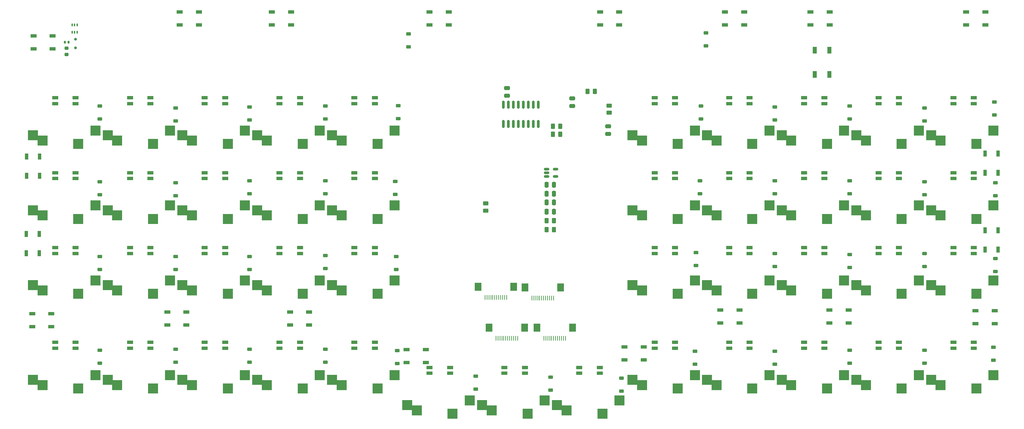
<source format=gbr>
%TF.GenerationSoftware,KiCad,Pcbnew,7.0.2*%
%TF.CreationDate,2023-05-02T20:53:08+02:00*%
%TF.ProjectId,Block,426c6f63-6b2e-46b6-9963-61645f706362,rev?*%
%TF.SameCoordinates,Original*%
%TF.FileFunction,Paste,Bot*%
%TF.FilePolarity,Positive*%
%FSLAX46Y46*%
G04 Gerber Fmt 4.6, Leading zero omitted, Abs format (unit mm)*
G04 Created by KiCad (PCBNEW 7.0.2) date 2023-05-02 20:53:08*
%MOMM*%
%LPD*%
G01*
G04 APERTURE LIST*
G04 Aperture macros list*
%AMRoundRect*
0 Rectangle with rounded corners*
0 $1 Rounding radius*
0 $2 $3 $4 $5 $6 $7 $8 $9 X,Y pos of 4 corners*
0 Add a 4 corners polygon primitive as box body*
4,1,4,$2,$3,$4,$5,$6,$7,$8,$9,$2,$3,0*
0 Add four circle primitives for the rounded corners*
1,1,$1+$1,$2,$3*
1,1,$1+$1,$4,$5*
1,1,$1+$1,$6,$7*
1,1,$1+$1,$8,$9*
0 Add four rect primitives between the rounded corners*
20,1,$1+$1,$2,$3,$4,$5,0*
20,1,$1+$1,$4,$5,$6,$7,0*
20,1,$1+$1,$6,$7,$8,$9,0*
20,1,$1+$1,$8,$9,$2,$3,0*%
G04 Aperture macros list end*
%ADD10RoundRect,0.225000X0.375000X-0.225000X0.375000X0.225000X-0.375000X0.225000X-0.375000X-0.225000X0*%
%ADD11RoundRect,0.225000X-0.375000X0.225000X-0.375000X-0.225000X0.375000X-0.225000X0.375000X0.225000X0*%
%ADD12R,2.550000X2.500000*%
%ADD13R,2.600000X2.600000*%
%ADD14RoundRect,0.082000X-0.718000X0.328000X-0.718000X-0.328000X0.718000X-0.328000X0.718000X0.328000X0*%
%ADD15R,1.500000X0.900000*%
%ADD16R,0.900000X1.500000*%
%ADD17R,0.400000X0.650000*%
%ADD18RoundRect,0.150000X-0.150000X0.175000X-0.150000X-0.175000X0.150000X-0.175000X0.150000X0.175000X0*%
%ADD19RoundRect,0.250000X0.250000X0.475000X-0.250000X0.475000X-0.250000X-0.475000X0.250000X-0.475000X0*%
%ADD20R,0.280000X1.250000*%
%ADD21R,1.800000X2.000000*%
%ADD22RoundRect,0.150000X0.150000X-0.825000X0.150000X0.825000X-0.150000X0.825000X-0.150000X-0.825000X0*%
%ADD23RoundRect,0.250000X-0.475000X0.250000X-0.475000X-0.250000X0.475000X-0.250000X0.475000X0.250000X0*%
%ADD24RoundRect,0.140000X-0.140000X-0.170000X0.140000X-0.170000X0.140000X0.170000X-0.140000X0.170000X0*%
%ADD25RoundRect,0.250000X-0.262500X-0.450000X0.262500X-0.450000X0.262500X0.450000X-0.262500X0.450000X0*%
%ADD26RoundRect,0.250000X0.450000X-0.262500X0.450000X0.262500X-0.450000X0.262500X-0.450000X-0.262500X0*%
%ADD27RoundRect,0.218750X0.256250X-0.218750X0.256250X0.218750X-0.256250X0.218750X-0.256250X-0.218750X0*%
%ADD28RoundRect,0.250000X-0.250000X-0.475000X0.250000X-0.475000X0.250000X0.475000X-0.250000X0.475000X0*%
%ADD29RoundRect,0.250000X0.262500X0.450000X-0.262500X0.450000X-0.262500X-0.450000X0.262500X-0.450000X0*%
%ADD30RoundRect,0.150000X-0.512500X-0.150000X0.512500X-0.150000X0.512500X0.150000X-0.512500X0.150000X0*%
%ADD31RoundRect,0.250000X0.475000X-0.250000X0.475000X0.250000X-0.475000X0.250000X-0.475000X-0.250000X0*%
%ADD32R,1.100000X1.800000*%
G04 APERTURE END LIST*
D10*
%TO.C,D82*%
X269965194Y-90625332D03*
X269965194Y-87325332D03*
%TD*%
%TO.C,D81*%
X269711194Y-109675332D03*
X269711194Y-106375332D03*
%TD*%
%TO.C,D80*%
X268695194Y-127963332D03*
X268695194Y-124663332D03*
%TD*%
%TO.C,D79*%
X268441194Y-153109332D03*
X268441194Y-149809332D03*
%TD*%
%TO.C,D78*%
X192709606Y-152925985D03*
X192709606Y-149625985D03*
%TD*%
%TO.C,D77*%
X192453194Y-128979332D03*
X192453194Y-125679332D03*
%TD*%
%TO.C,D76*%
X192201606Y-109878024D03*
X192201606Y-106578024D03*
%TD*%
%TO.C,D75*%
X192963606Y-90548063D03*
X192963606Y-87248063D03*
%TD*%
%TO.C,D43*%
X344895194Y-129487332D03*
X344895194Y-126187332D03*
%TD*%
D11*
%TO.C,D36*%
X195542806Y-68942668D03*
X195542806Y-72242668D03*
%TD*%
%TO.C,D35*%
X271276806Y-68688668D03*
X271276806Y-71988668D03*
%TD*%
D10*
%TO.C,D34*%
X344387194Y-152093332D03*
X344387194Y-148793332D03*
%TD*%
%TO.C,D33*%
X344895194Y-110183332D03*
X344895194Y-106883332D03*
%TD*%
%TO.C,D32*%
X344641194Y-89609332D03*
X344641194Y-86309332D03*
%TD*%
%TO.C,D31*%
X326861194Y-152855332D03*
X326861194Y-149555332D03*
%TD*%
%TO.C,D30*%
X326861194Y-128217332D03*
X326861194Y-124917332D03*
%TD*%
%TO.C,D29*%
X326861194Y-109929332D03*
X326861194Y-106629332D03*
%TD*%
%TO.C,D28*%
X326861194Y-91133332D03*
X326861194Y-87833332D03*
%TD*%
%TO.C,D27*%
X307811194Y-128471332D03*
X307811194Y-125171332D03*
%TD*%
%TO.C,D26*%
X307811194Y-152855332D03*
X307811194Y-149555332D03*
%TD*%
%TO.C,D25*%
X307811194Y-109675332D03*
X307811194Y-106375332D03*
%TD*%
%TO.C,D24*%
X307811194Y-90625332D03*
X307811194Y-87325332D03*
%TD*%
%TO.C,D23*%
X288761194Y-128217332D03*
X288761194Y-124917332D03*
%TD*%
%TO.C,D22*%
X249751194Y-159967332D03*
X249751194Y-156667332D03*
%TD*%
%TO.C,D21*%
X288761194Y-153109332D03*
X288761194Y-149809332D03*
%TD*%
%TO.C,D20*%
X174419194Y-128725332D03*
X174419194Y-125425332D03*
%TD*%
%TO.C,D19*%
X288761194Y-109675332D03*
X288761194Y-106375332D03*
%TD*%
%TO.C,D18*%
X288761194Y-90879332D03*
X288761194Y-87579332D03*
%TD*%
%TO.C,D17*%
X231717194Y-159713332D03*
X231717194Y-156413332D03*
%TD*%
%TO.C,D16*%
X174419194Y-152601332D03*
X174419194Y-149301332D03*
%TD*%
%TO.C,D15*%
X155115194Y-128979332D03*
X155115194Y-125679332D03*
%TD*%
%TO.C,D14*%
X174419194Y-109675332D03*
X174419194Y-106375332D03*
%TD*%
%TO.C,D13*%
X174419194Y-90625332D03*
X174419194Y-87325332D03*
%TD*%
%TO.C,D12*%
X212667194Y-159459332D03*
X212667194Y-156159332D03*
%TD*%
%TO.C,D11*%
X155115194Y-152601332D03*
X155115194Y-149301332D03*
%TD*%
%TO.C,D10*%
X136319194Y-128979332D03*
X136319194Y-125679332D03*
%TD*%
%TO.C,D9*%
X155115194Y-109675332D03*
X155115194Y-106375332D03*
%TD*%
%TO.C,D8*%
X155115194Y-90879332D03*
X155115194Y-87579332D03*
%TD*%
%TO.C,D7*%
X136319194Y-152601332D03*
X136319194Y-149301332D03*
%TD*%
%TO.C,D6*%
X117015194Y-128979332D03*
X117015194Y-125679332D03*
%TD*%
%TO.C,D5*%
X136319194Y-110183332D03*
X136319194Y-106883332D03*
%TD*%
%TO.C,D4*%
X136319194Y-91133332D03*
X136319194Y-87833332D03*
%TD*%
%TO.C,D3*%
X117015194Y-152855332D03*
X117015194Y-149555332D03*
%TD*%
%TO.C,D2*%
X117015194Y-109929332D03*
X117015194Y-106629332D03*
%TD*%
%TO.C,D1*%
X117015194Y-90625332D03*
X117015194Y-87325332D03*
%TD*%
D12*
%TO.C,SW20*%
X159480256Y-134325308D03*
D13*
X157049668Y-132992000D03*
D12*
X172944668Y-131782000D03*
D13*
X168597257Y-135195308D03*
%TD*%
D12*
%TO.C,SW25*%
X292948588Y-115227308D03*
D13*
X290518000Y-113894000D03*
D12*
X306413000Y-112684000D03*
D13*
X302065589Y-116097308D03*
%TD*%
D14*
%TO.C,D68*%
X181797588Y-104314000D03*
X181797588Y-105814000D03*
X186997588Y-105814000D03*
X186997588Y-104314000D03*
%TD*%
D12*
%TO.C,SW21*%
X273939922Y-158447308D03*
D13*
X271509334Y-157114000D03*
D12*
X287404334Y-155904000D03*
D13*
X283056923Y-159317308D03*
%TD*%
D12*
%TO.C,SW9*%
X140451588Y-115227308D03*
D13*
X138021000Y-113894000D03*
D12*
X153916000Y-112684000D03*
D13*
X149568589Y-116097308D03*
%TD*%
D14*
%TO.C,D85*%
X143696000Y-147534000D03*
X143696000Y-149034000D03*
X148896000Y-149034000D03*
X148896000Y-147534000D03*
%TD*%
%TO.C,D51*%
X296193000Y-147534000D03*
X296193000Y-149034000D03*
X301393000Y-149034000D03*
X301393000Y-147534000D03*
%TD*%
%TO.C,D73*%
X239014000Y-153946039D03*
X239014000Y-155446039D03*
X244214000Y-155446039D03*
X244214000Y-153946039D03*
%TD*%
D12*
%TO.C,SW5*%
X121422922Y-115227308D03*
D13*
X118992334Y-113894000D03*
D12*
X134887334Y-112684000D03*
D13*
X130539923Y-116097308D03*
%TD*%
D14*
%TO.C,D61*%
X162724668Y-104314000D03*
X162724668Y-105814000D03*
X167924668Y-105814000D03*
X167924668Y-104314000D03*
%TD*%
%TO.C,D48*%
X143696000Y-123412000D03*
X143696000Y-124912000D03*
X148896000Y-124912000D03*
X148896000Y-123412000D03*
%TD*%
D12*
%TO.C,SW27*%
X292948588Y-134325308D03*
D13*
X290518000Y-132992000D03*
D12*
X306413000Y-131782000D03*
D13*
X302065589Y-135195308D03*
%TD*%
D14*
%TO.C,D60*%
X143696000Y-85230039D03*
X143696000Y-86730039D03*
X148896000Y-86730039D03*
X148896000Y-85230039D03*
%TD*%
%TO.C,D52*%
X181797588Y-147534000D03*
X181797588Y-149034000D03*
X186997588Y-149034000D03*
X186997588Y-147534000D03*
%TD*%
D12*
%TO.C,SW22*%
X235769588Y-164859347D03*
D13*
X233339000Y-163526039D03*
D12*
X249234000Y-162316039D03*
D13*
X244886589Y-165729347D03*
%TD*%
D12*
%TO.C,SW43*%
X254961588Y-134325308D03*
D13*
X252531000Y-132992000D03*
D12*
X268426000Y-131782000D03*
D13*
X264078589Y-135195308D03*
%TD*%
D12*
%TO.C,SW8*%
X140451588Y-96143347D03*
D13*
X138021000Y-94810039D03*
D12*
X153916000Y-93600039D03*
D13*
X149568589Y-97013347D03*
%TD*%
D14*
%TO.C,D45*%
X277184334Y-147534000D03*
X277184334Y-149034000D03*
X282384334Y-149034000D03*
X282384334Y-147534000D03*
%TD*%
%TO.C,D87*%
X277184334Y-85230039D03*
X277184334Y-86730039D03*
X282384334Y-86730039D03*
X282384334Y-85230039D03*
%TD*%
%TO.C,D46*%
X181797588Y-85230039D03*
X181797588Y-86730039D03*
X186997588Y-86730039D03*
X186997588Y-85230039D03*
%TD*%
%TO.C,D88*%
X315201666Y-123412000D03*
X315201666Y-124912000D03*
X320401666Y-124912000D03*
X320401666Y-123412000D03*
%TD*%
D12*
%TO.C,SW46*%
X330965922Y-134325308D03*
D13*
X328535334Y-132992000D03*
D12*
X344430334Y-131782000D03*
D13*
X340082923Y-135195308D03*
%TD*%
D12*
%TO.C,SW41*%
X178555588Y-158444000D03*
D13*
X176125000Y-157110692D03*
D12*
X192020000Y-155900692D03*
D13*
X187672589Y-159314000D03*
%TD*%
D12*
%TO.C,SW1*%
X102394256Y-96143347D03*
D13*
X99963668Y-94810039D03*
D12*
X115858668Y-93600039D03*
D13*
X111511257Y-97013347D03*
%TD*%
D12*
%TO.C,SW33*%
X330965922Y-115227308D03*
D13*
X328535334Y-113894000D03*
D12*
X344430334Y-112684000D03*
D13*
X340082923Y-116097308D03*
%TD*%
D12*
%TO.C,SW26*%
X292948588Y-158447308D03*
D13*
X290518000Y-157114000D03*
D12*
X306413000Y-155904000D03*
D13*
X302065589Y-159317308D03*
%TD*%
D14*
%TO.C,D47*%
X124667334Y-104314000D03*
X124667334Y-105814000D03*
X129867334Y-105814000D03*
X129867334Y-104314000D03*
%TD*%
%TO.C,D63*%
X258206000Y-104314000D03*
X258206000Y-105814000D03*
X263406000Y-105814000D03*
X263406000Y-104314000D03*
%TD*%
%TO.C,D55*%
X124667334Y-123412000D03*
X124667334Y-124912000D03*
X129867334Y-124912000D03*
X129867334Y-123412000D03*
%TD*%
%TO.C,D59*%
X200906000Y-153946039D03*
X200906000Y-155446039D03*
X206106000Y-155446039D03*
X206106000Y-153946039D03*
%TD*%
D12*
%TO.C,SW23*%
X273939922Y-134325308D03*
D13*
X271509334Y-132992000D03*
D12*
X287404334Y-131782000D03*
D13*
X283056923Y-135195308D03*
%TD*%
D12*
%TO.C,SW7*%
X121422922Y-158447308D03*
D13*
X118992334Y-157114000D03*
D12*
X134887334Y-155904000D03*
D13*
X130539923Y-159317308D03*
%TD*%
D12*
%TO.C,SW34*%
X330965922Y-158447308D03*
D13*
X328535334Y-157114000D03*
D12*
X344430334Y-155904000D03*
D13*
X340082923Y-159317308D03*
%TD*%
D14*
%TO.C,D54*%
X143696000Y-104314000D03*
X143696000Y-105814000D03*
X148896000Y-105814000D03*
X148896000Y-104314000D03*
%TD*%
D12*
%TO.C,SW29*%
X311957254Y-115227308D03*
D13*
X309526666Y-113894000D03*
D12*
X325421666Y-112684000D03*
D13*
X321074255Y-116097308D03*
%TD*%
D14*
%TO.C,D41*%
X162724668Y-147534000D03*
X162724668Y-149034000D03*
X167924668Y-149034000D03*
X167924668Y-147534000D03*
%TD*%
%TO.C,D62*%
X105638668Y-123412000D03*
X105638668Y-124912000D03*
X110838668Y-124912000D03*
X110838668Y-123412000D03*
%TD*%
D12*
%TO.C,SW11*%
X140451588Y-158447308D03*
D13*
X138021000Y-157114000D03*
D12*
X153916000Y-155904000D03*
D13*
X149568589Y-159317308D03*
%TD*%
D12*
%TO.C,SW31*%
X311957254Y-158447308D03*
D13*
X309526666Y-157114000D03*
D12*
X325421666Y-155904000D03*
D13*
X321074255Y-159317308D03*
%TD*%
D14*
%TO.C,D89*%
X258206000Y-147534000D03*
X258206000Y-149034000D03*
X263406000Y-149034000D03*
X263406000Y-147534000D03*
%TD*%
D12*
%TO.C,SW15*%
X140451588Y-134325308D03*
D13*
X138021000Y-132992000D03*
D12*
X153916000Y-131782000D03*
D13*
X149568589Y-135195308D03*
%TD*%
D12*
%TO.C,SW13*%
X159480256Y-96143347D03*
D13*
X157049668Y-94810039D03*
D12*
X172944668Y-93600039D03*
D13*
X168597257Y-97013347D03*
%TD*%
D12*
%TO.C,SW16*%
X159480256Y-158447308D03*
D13*
X157049668Y-157114000D03*
D12*
X172944668Y-155904000D03*
D13*
X168597257Y-159317308D03*
%TD*%
D12*
%TO.C,SW24*%
X292948588Y-96143347D03*
D13*
X290518000Y-94810039D03*
D12*
X306413000Y-93600039D03*
D13*
X302065589Y-97013347D03*
%TD*%
D14*
%TO.C,D53*%
X162724668Y-85230039D03*
X162724668Y-86730039D03*
X167924668Y-86730039D03*
X167924668Y-85230039D03*
%TD*%
%TO.C,D92*%
X258206000Y-85230039D03*
X258206000Y-86730039D03*
X263406000Y-86730039D03*
X263406000Y-85230039D03*
%TD*%
%TO.C,D42*%
X296193000Y-123412000D03*
X296193000Y-124912000D03*
X301393000Y-124912000D03*
X301393000Y-123412000D03*
%TD*%
D12*
%TO.C,SW19*%
X273939922Y-115227308D03*
D13*
X271509334Y-113894000D03*
D12*
X287404334Y-112684000D03*
D13*
X283056923Y-116097308D03*
%TD*%
D14*
%TO.C,D90*%
X105638668Y-104314000D03*
X105638668Y-105814000D03*
X110838668Y-105814000D03*
X110838668Y-104314000D03*
%TD*%
%TO.C,D83*%
X181797588Y-123412000D03*
X181797588Y-124912000D03*
X186997588Y-124912000D03*
X186997588Y-123412000D03*
%TD*%
%TO.C,D86*%
X296193000Y-104314000D03*
X296193000Y-105814000D03*
X301393000Y-105814000D03*
X301393000Y-104314000D03*
%TD*%
D12*
%TO.C,SW39*%
X178555588Y-115224000D03*
D13*
X176125000Y-113890692D03*
D12*
X192020000Y-112680692D03*
D13*
X187672589Y-116094000D03*
%TD*%
D12*
%TO.C,SW28*%
X311957254Y-96143347D03*
D13*
X309526666Y-94810039D03*
D12*
X325421666Y-93600039D03*
D13*
X321074255Y-97013347D03*
%TD*%
D12*
%TO.C,SW14*%
X159480256Y-115227308D03*
D13*
X157049668Y-113894000D03*
D12*
X172944668Y-112684000D03*
D13*
X168597257Y-116097308D03*
%TD*%
D14*
%TO.C,D49*%
X277184334Y-123412000D03*
X277184334Y-124912000D03*
X282384334Y-124912000D03*
X282384334Y-123412000D03*
%TD*%
%TO.C,D70*%
X277184334Y-104314000D03*
X277184334Y-105814000D03*
X282384334Y-105814000D03*
X282384334Y-104314000D03*
%TD*%
D12*
%TO.C,SW4*%
X121422922Y-96143347D03*
D13*
X118992334Y-94810039D03*
D12*
X134887334Y-93600039D03*
D13*
X130539923Y-97013347D03*
%TD*%
D12*
%TO.C,SW45*%
X254961588Y-96143347D03*
D13*
X252531000Y-94810039D03*
D12*
X268426000Y-93600039D03*
D13*
X264078589Y-97013347D03*
%TD*%
D14*
%TO.C,D64*%
X315201666Y-85230039D03*
X315201666Y-86730039D03*
X320401666Y-86730039D03*
X320401666Y-85230039D03*
%TD*%
D12*
%TO.C,SW6*%
X102394256Y-134325308D03*
D13*
X99963668Y-132992000D03*
D12*
X115858668Y-131782000D03*
D13*
X111511257Y-135195308D03*
%TD*%
D12*
%TO.C,SW38*%
X178555588Y-96140039D03*
D13*
X176125000Y-94806731D03*
D12*
X192020000Y-93596731D03*
D13*
X187672589Y-97010039D03*
%TD*%
D14*
%TO.C,D50*%
X334210334Y-104314000D03*
X334210334Y-105814000D03*
X339410334Y-105814000D03*
X339410334Y-104314000D03*
%TD*%
D12*
%TO.C,SW12*%
X197661588Y-164859347D03*
D13*
X195231000Y-163526039D03*
D12*
X211126000Y-162316039D03*
D13*
X206778589Y-165729347D03*
%TD*%
D12*
%TO.C,SW2*%
X102394256Y-115227308D03*
D13*
X99963668Y-113894000D03*
D12*
X115858668Y-112684000D03*
D13*
X111511257Y-116097308D03*
%TD*%
D12*
%TO.C,SW44*%
X254961588Y-115227308D03*
D13*
X252531000Y-113894000D03*
D12*
X268426000Y-112684000D03*
D13*
X264078589Y-116097308D03*
%TD*%
D14*
%TO.C,D44*%
X315201666Y-104314000D03*
X315201666Y-105814000D03*
X320401666Y-105814000D03*
X320401666Y-104314000D03*
%TD*%
D12*
%TO.C,SW17*%
X216725588Y-164859347D03*
D13*
X214295000Y-163526039D03*
D12*
X230190000Y-162316039D03*
D13*
X225842589Y-165729347D03*
%TD*%
D12*
%TO.C,SW42*%
X254961588Y-158447308D03*
D13*
X252531000Y-157114000D03*
D12*
X268426000Y-155904000D03*
D13*
X264078589Y-159317308D03*
%TD*%
D14*
%TO.C,D74*%
X105638668Y-85230039D03*
X105638668Y-86730039D03*
X110838668Y-86730039D03*
X110838668Y-85230039D03*
%TD*%
%TO.C,D72*%
X334210334Y-123412000D03*
X334210334Y-124912000D03*
X339410334Y-124912000D03*
X339410334Y-123412000D03*
%TD*%
%TO.C,D69*%
X105638668Y-147534000D03*
X105638668Y-149034000D03*
X110838668Y-149034000D03*
X110838668Y-147534000D03*
%TD*%
%TO.C,D71*%
X296193000Y-85230039D03*
X296193000Y-86730039D03*
X301393000Y-86730039D03*
X301393000Y-85230039D03*
%TD*%
%TO.C,D67*%
X124667334Y-85230039D03*
X124667334Y-86730039D03*
X129867334Y-86730039D03*
X129867334Y-85230039D03*
%TD*%
%TO.C,D57*%
X334210334Y-85230039D03*
X334210334Y-86730039D03*
X339410334Y-86730039D03*
X339410334Y-85230039D03*
%TD*%
%TO.C,D91*%
X162724668Y-123412000D03*
X162724668Y-124912000D03*
X167924668Y-124912000D03*
X167924668Y-123412000D03*
%TD*%
%TO.C,D58*%
X315201666Y-147534000D03*
X315201666Y-149034000D03*
X320401666Y-149034000D03*
X320401666Y-147534000D03*
%TD*%
D12*
%TO.C,SW3*%
X102394256Y-158447308D03*
D13*
X99963668Y-157114000D03*
D12*
X115858668Y-155904000D03*
D13*
X111511257Y-159317308D03*
%TD*%
D14*
%TO.C,D84*%
X124667334Y-147534000D03*
X124667334Y-149034000D03*
X129867334Y-149034000D03*
X129867334Y-147534000D03*
%TD*%
D12*
%TO.C,SW18*%
X273939922Y-96143347D03*
D13*
X271509334Y-94810039D03*
D12*
X287404334Y-93600039D03*
D13*
X283056923Y-97013347D03*
%TD*%
D14*
%TO.C,D66*%
X219970000Y-153946039D03*
X219970000Y-155446039D03*
X225170000Y-155446039D03*
X225170000Y-153946039D03*
%TD*%
D12*
%TO.C,SW10*%
X121422922Y-134325308D03*
D13*
X118992334Y-132992000D03*
D12*
X134887334Y-131782000D03*
D13*
X130539923Y-135195308D03*
%TD*%
D12*
%TO.C,SW32*%
X330965922Y-96143347D03*
D13*
X328535334Y-94810039D03*
D12*
X344430334Y-93600039D03*
D13*
X340082923Y-97013347D03*
%TD*%
D12*
%TO.C,SW40*%
X178555588Y-134322000D03*
D13*
X176125000Y-132988692D03*
D12*
X192020000Y-131778692D03*
D13*
X187672589Y-135192000D03*
%TD*%
D12*
%TO.C,SW30*%
X311957254Y-134325308D03*
D13*
X309526666Y-132992000D03*
D12*
X325421666Y-131782000D03*
D13*
X321074255Y-135195308D03*
%TD*%
D14*
%TO.C,D65*%
X334210334Y-147534000D03*
X334210334Y-149034000D03*
X339410334Y-149034000D03*
X339410334Y-147534000D03*
%TD*%
%TO.C,D56*%
X258206000Y-123412000D03*
X258206000Y-124912000D03*
X263406000Y-124912000D03*
X263406000Y-123412000D03*
%TD*%
D15*
%TO.C,D96*%
X280982000Y-63402000D03*
X280982000Y-66702000D03*
X276082000Y-66702000D03*
X276082000Y-63402000D03*
%TD*%
D16*
%TO.C,D38*%
X342250000Y-99432000D03*
X345550000Y-99432000D03*
X345550000Y-104332000D03*
X342250000Y-104332000D03*
%TD*%
D17*
%TO.C,U6*%
X109930000Y-66642000D03*
X110580000Y-66642000D03*
X111230000Y-66642000D03*
X111230000Y-68542000D03*
X110580000Y-68542000D03*
X109930000Y-68542000D03*
%TD*%
D18*
%TO.C,D40*%
X110834000Y-70277000D03*
X110834000Y-72527000D03*
%TD*%
D15*
%TO.C,D39*%
X342376000Y-63402000D03*
X342376000Y-66702000D03*
X337476000Y-66702000D03*
X337476000Y-63402000D03*
%TD*%
D19*
%TO.C,C4*%
X232575219Y-107401582D03*
X230675219Y-107401582D03*
%TD*%
D15*
%TO.C,D94*%
X302752000Y-63402000D03*
X302752000Y-66702000D03*
X297852000Y-66702000D03*
X297852000Y-63402000D03*
%TD*%
%TO.C,D101*%
X170286000Y-139856000D03*
X170286000Y-143156000D03*
X165386000Y-143156000D03*
X165386000Y-139856000D03*
%TD*%
D20*
%TO.C,J2*%
X215018000Y-136146000D03*
X215518000Y-136146000D03*
X216018000Y-136146000D03*
X216518000Y-136146000D03*
X217018000Y-136146000D03*
X217518000Y-136146000D03*
X218018000Y-136146000D03*
X218518000Y-136146000D03*
X219018000Y-136146000D03*
X219518000Y-136146000D03*
X220018000Y-136146000D03*
X220518000Y-136146000D03*
D21*
X222318000Y-133422000D03*
X213218000Y-133422000D03*
%TD*%
D15*
%TO.C,D106*%
X105008000Y-69498000D03*
X105008000Y-72798000D03*
X100108000Y-72798000D03*
X100108000Y-69498000D03*
%TD*%
D22*
%TO.C,U2*%
X228563000Y-91911000D03*
X227293000Y-91911000D03*
X226023000Y-91911000D03*
X224753000Y-91911000D03*
X223483000Y-91911000D03*
X222213000Y-91911000D03*
X220943000Y-91911000D03*
X219673000Y-91911000D03*
X219673000Y-86961000D03*
X220943000Y-86961000D03*
X222213000Y-86961000D03*
X223483000Y-86961000D03*
X224753000Y-86961000D03*
X226023000Y-86961000D03*
X227293000Y-86961000D03*
X228563000Y-86961000D03*
%TD*%
D23*
%TO.C,C8*%
X237227944Y-85419504D03*
X237227944Y-87319504D03*
%TD*%
D15*
%TO.C,D102*%
X139044000Y-139856000D03*
X139044000Y-143156000D03*
X134144000Y-143156000D03*
X134144000Y-139856000D03*
%TD*%
D24*
%TO.C,C6*%
X108090746Y-71103467D03*
X109050746Y-71103467D03*
%TD*%
D15*
%TO.C,D108*%
X205798000Y-63402000D03*
X205798000Y-66702000D03*
X200898000Y-66702000D03*
X200898000Y-63402000D03*
%TD*%
D16*
%TO.C,D37*%
X342250000Y-118990000D03*
X345550000Y-118990000D03*
X345550000Y-123890000D03*
X342250000Y-123890000D03*
%TD*%
D20*
%TO.C,J1*%
X226956000Y-136264000D03*
X227456000Y-136264000D03*
X227956000Y-136264000D03*
X228456000Y-136264000D03*
X228956000Y-136264000D03*
X229456000Y-136264000D03*
X229956000Y-136264000D03*
X230456000Y-136264000D03*
X230956000Y-136264000D03*
X231456000Y-136264000D03*
X231956000Y-136264000D03*
X232456000Y-136264000D03*
D21*
X234256000Y-133540000D03*
X225156000Y-133540000D03*
%TD*%
D25*
%TO.C,R1*%
X230712717Y-118831583D03*
X232537717Y-118831583D03*
%TD*%
%TO.C,R2*%
X230712719Y-116545584D03*
X232537719Y-116545584D03*
%TD*%
D20*
%TO.C,J6*%
X217812000Y-146560000D03*
X218312000Y-146560000D03*
X218812000Y-146560000D03*
X219312000Y-146560000D03*
X219812000Y-146560000D03*
X220312000Y-146560000D03*
X220812000Y-146560000D03*
X221312000Y-146560000D03*
X221812000Y-146560000D03*
X222312000Y-146560000D03*
X222812000Y-146560000D03*
X223312000Y-146560000D03*
D21*
X225112000Y-143836000D03*
X216012000Y-143836000D03*
%TD*%
D23*
%TO.C,C7*%
X246371944Y-92531504D03*
X246371944Y-94431504D03*
%TD*%
D16*
%TO.C,D104*%
X98248000Y-119916000D03*
X101548000Y-119916000D03*
X101548000Y-124816000D03*
X98248000Y-124816000D03*
%TD*%
D15*
%TO.C,D93*%
X255386000Y-148746000D03*
X255386000Y-152046000D03*
X250486000Y-152046000D03*
X250486000Y-148746000D03*
%TD*%
D26*
%TO.C,R3*%
X215173945Y-113978007D03*
X215173945Y-112153007D03*
%TD*%
%TO.C,R4*%
X246625944Y-89060004D03*
X246625944Y-87235004D03*
%TD*%
D15*
%TO.C,D99*%
X339836000Y-142774000D03*
X339836000Y-139474000D03*
X344736000Y-139474000D03*
X344736000Y-142774000D03*
%TD*%
D20*
%TO.C,J3*%
X230004000Y-146560000D03*
X230504000Y-146560000D03*
X231004000Y-146560000D03*
X231504000Y-146560000D03*
X232004000Y-146560000D03*
X232504000Y-146560000D03*
X233004000Y-146560000D03*
X233504000Y-146560000D03*
X234004000Y-146560000D03*
X234504000Y-146560000D03*
X235004000Y-146560000D03*
X235504000Y-146560000D03*
D21*
X237304000Y-143836000D03*
X228204000Y-143836000D03*
%TD*%
D15*
%TO.C,D95*%
X279802000Y-139348000D03*
X279802000Y-142648000D03*
X274902000Y-142648000D03*
X274902000Y-139348000D03*
%TD*%
D27*
%TO.C,F1*%
X108503221Y-74179496D03*
X108503221Y-72604496D03*
%TD*%
D15*
%TO.C,D98*%
X249190000Y-63402000D03*
X249190000Y-66702000D03*
X244290000Y-66702000D03*
X244290000Y-63402000D03*
%TD*%
D28*
%TO.C,C3*%
X230675219Y-109687586D03*
X232575219Y-109687586D03*
%TD*%
D29*
%TO.C,R6*%
X234174500Y-92484000D03*
X232349500Y-92484000D03*
%TD*%
%TO.C,R5*%
X234174500Y-94516000D03*
X232349500Y-94516000D03*
%TD*%
D15*
%TO.C,D103*%
X104664000Y-140238000D03*
X104664000Y-143538000D03*
X99764000Y-143538000D03*
X99764000Y-140238000D03*
%TD*%
%TO.C,D107*%
X142208000Y-63402000D03*
X142208000Y-66702000D03*
X137308000Y-66702000D03*
X137308000Y-63402000D03*
%TD*%
%TO.C,D100*%
X199956000Y-149382000D03*
X199956000Y-152682000D03*
X195056000Y-152682000D03*
X195056000Y-149382000D03*
%TD*%
D30*
%TO.C,U3*%
X230741716Y-105303582D03*
X230741716Y-104353582D03*
X230741716Y-103403582D03*
X233016716Y-103403582D03*
X233016716Y-105303582D03*
%TD*%
D31*
%TO.C,C5*%
X220628651Y-84685921D03*
X220628651Y-82785921D03*
%TD*%
D28*
%TO.C,C1*%
X230675218Y-114259583D03*
X232575218Y-114259583D03*
%TD*%
D32*
%TO.C,SW35*%
X298976000Y-79328000D03*
X298976000Y-73128000D03*
X302676000Y-79328000D03*
X302676000Y-73128000D03*
%TD*%
D16*
%TO.C,D105*%
X98384000Y-100194000D03*
X101684000Y-100194000D03*
X101684000Y-105094000D03*
X98384000Y-105094000D03*
%TD*%
D15*
%TO.C,D97*%
X307594000Y-139348000D03*
X307594000Y-142648000D03*
X302694000Y-142648000D03*
X302694000Y-139348000D03*
%TD*%
%TO.C,D109*%
X165698000Y-63402000D03*
X165698000Y-66702000D03*
X160798000Y-66702000D03*
X160798000Y-63402000D03*
%TD*%
D28*
%TO.C,C2*%
X230675217Y-111892762D03*
X232575217Y-111892762D03*
%TD*%
D25*
%TO.C,R7*%
X241141444Y-83575504D03*
X242966444Y-83575504D03*
%TD*%
M02*

</source>
